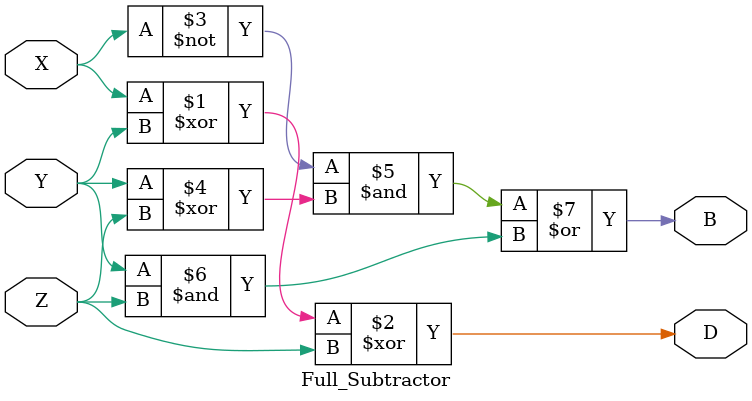
<source format=v>
`timescale 1ns / 1ps


module Full_Subtractor(output D, B, input X, Y, Z);
assign D = X ^ Y ^ Z;
assign B = ~X & (Y^Z) | Y & Z;
endmodule

</source>
